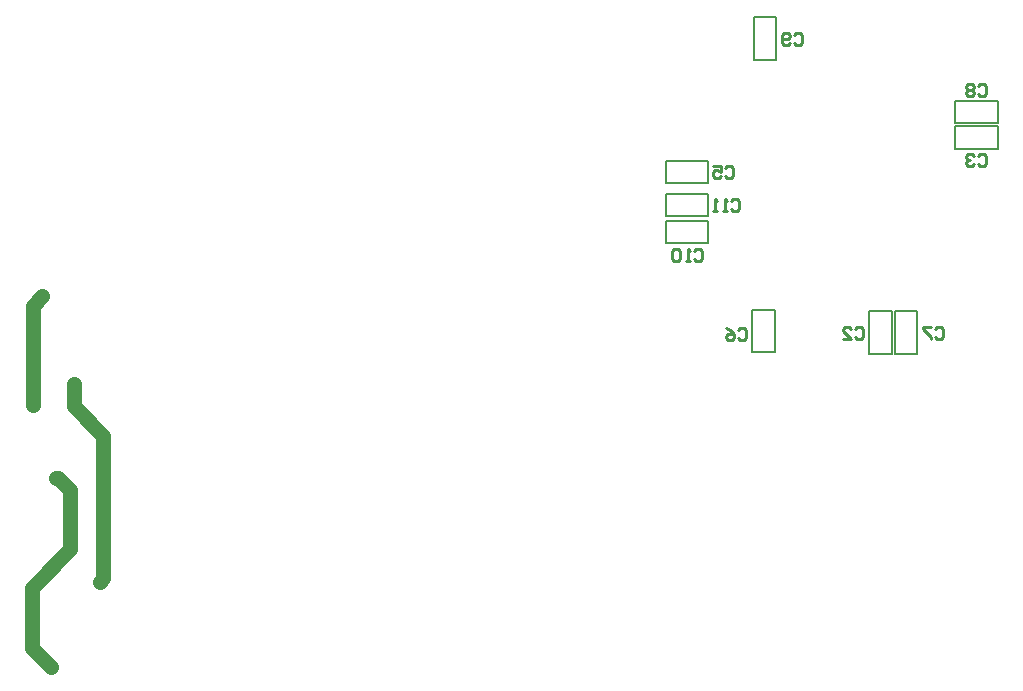
<source format=gbo>
G04*
G04 #@! TF.GenerationSoftware,Altium Limited,Altium Designer,23.8.1 (32)*
G04*
G04 Layer_Color=32896*
%FSLAX44Y44*%
%MOMM*%
G71*
G04*
G04 #@! TF.SameCoordinates,0CA1B05D-E12B-4C76-85DA-CFDCD28D9C68*
G04*
G04*
G04 #@! TF.FilePolarity,Positive*
G04*
G01*
G75*
%ADD10C,0.2540*%
%ADD11C,0.2000*%
%ADD67C,1.2700*%
D10*
X204896Y67312D02*
X211667D01*
X204896Y74083D01*
Y75776D01*
X206589Y77468D01*
X209974D01*
X211667Y75776D01*
X215053D02*
X216746Y77468D01*
X220131D01*
X221824Y75776D01*
Y69004D01*
X220131Y67312D01*
X216746D01*
X215053Y69004D01*
X278977D02*
Y67312D01*
Y69004D02*
X272206Y75776D01*
Y77468D01*
X278977D01*
X282363Y75776D02*
X284056Y77468D01*
X287441D01*
X289134Y75776D01*
Y69004D01*
X287441Y67312D01*
X284056D01*
X282363Y69004D01*
X309036Y215054D02*
X310729Y213362D01*
X314114D01*
X315807Y215054D01*
X319193D02*
X320886Y213362D01*
X324271D01*
X325964Y215054D01*
Y221826D01*
X324271Y223518D01*
X320886D01*
X319193Y221826D01*
X315807D02*
X314114Y223518D01*
X310729D01*
X309036Y221826D01*
Y220133D01*
X310729Y218440D01*
X312422D01*
X310729D01*
X309036Y216747D01*
Y215054D01*
Y274744D02*
X310729Y273052D01*
X314114D01*
X315807Y274744D01*
Y276437D01*
X314114Y278130D01*
X315807Y279823D01*
Y281516D01*
X314114Y283208D01*
X310729D01*
X309036Y281516D01*
Y279823D01*
X310729Y278130D01*
X309036Y276437D01*
Y274744D01*
X310729Y278130D02*
X314114D01*
X319193Y274744D02*
X320886Y273052D01*
X324271D01*
X325964Y274744D01*
Y281516D01*
X324271Y283208D01*
X320886D01*
X319193Y281516D01*
X169754Y317924D02*
X168061Y316232D01*
X164676D01*
X162983Y317924D01*
X159597D02*
X157904Y316232D01*
X154519D01*
X152826Y317924D01*
Y324696D01*
X154519Y326388D01*
X157904D01*
X159597Y324696D01*
Y323003D01*
X157904Y321310D01*
X152826D01*
X162983Y324696D02*
X164676Y326388D01*
X168061D01*
X169754Y324696D01*
Y317924D01*
X104563Y211666D02*
X106256Y213358D01*
X109641D01*
X111334Y211666D01*
Y204894D01*
X109641Y203202D01*
X106256D01*
X104563Y204894D01*
X101177D02*
X99484Y203202D01*
X96099D01*
X94406Y204894D01*
Y208280D01*
X96099Y209973D01*
X97792D01*
X101177Y208280D01*
Y213358D01*
X94406D01*
X96100Y185418D02*
X97792Y183726D01*
X96100Y185418D02*
Y175262D01*
X94407D01*
X97792D01*
X102871D02*
X104564D01*
Y185418D01*
X106256Y183726D01*
X109642D02*
X111335Y185418D01*
X114720D01*
X116413Y183726D01*
Y176954D01*
X114720Y175262D01*
X111335D01*
X109642Y176954D01*
X106256Y175262D02*
X102871D01*
X83393Y143508D02*
X85086Y141816D01*
Y135044D01*
X83393Y133352D01*
X80007D01*
X78315Y135044D01*
X74929Y133352D02*
X71544D01*
X73236D01*
Y143508D01*
X74929Y141816D01*
X78315D02*
X80007Y143508D01*
X83393D01*
X66465Y141816D02*
X64772Y143508D01*
X61387D01*
X59694Y141816D01*
Y135044D01*
X61387Y133352D01*
X64772D01*
X66465Y135044D01*
Y141816D01*
X105836Y76198D02*
X109222Y74506D01*
X112607Y71120D01*
Y67734D01*
X110914Y66042D01*
X107529D01*
X105836Y67734D01*
Y69427D01*
X107529Y71120D01*
X112607D01*
X115993Y67734D02*
X117686Y66042D01*
X121071D01*
X122764Y67734D01*
Y74506D01*
X121071Y76198D01*
X117686D01*
X115993Y74506D01*
D11*
X146660Y55660D02*
Y91660D01*
X127660D01*
Y55660D01*
X146660D01*
X226720Y54550D02*
Y90550D01*
X245720D01*
Y54550D01*
X226720D01*
X248310Y54390D02*
X267310D01*
Y90390D01*
X248310D01*
Y54390D01*
X90390Y189840D02*
X54390D01*
Y170840D01*
X90390D01*
Y189840D01*
Y198780D02*
Y217780D01*
X54390D01*
Y198780D01*
X90390D01*
Y166980D02*
X54390D01*
Y147980D01*
X90390D01*
Y166980D01*
X147930Y303310D02*
Y339310D01*
X128930D01*
Y303310D01*
X147930D01*
X299500Y249580D02*
X335500D01*
Y268580D01*
X299500D01*
Y249580D01*
Y246990D02*
X335500D01*
Y227990D01*
X299500D01*
Y246990D01*
D67*
X-482257Y-194593D02*
X-466076Y-210774D01*
X-482257Y-194593D02*
Y-143622D01*
X-449580Y-110945D01*
Y-61180D01*
X-459960Y-50800D01*
X-461520D01*
X-421640Y-15240D02*
Y-135570D01*
X-424975Y-138905D01*
X-421640Y-15240D02*
X-446730Y9850D01*
Y29210D01*
X-481330Y10706D02*
Y95250D01*
X-473351Y103229D01*
M02*

</source>
